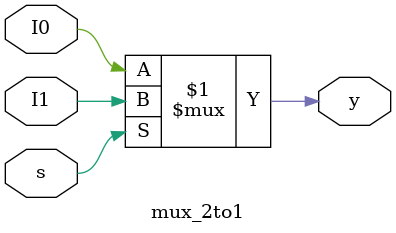
<source format=v>
module mux_2to1(input s,I0,I1, output y);
 assign y= s ? I1 :I0 ;
endmodule

</source>
